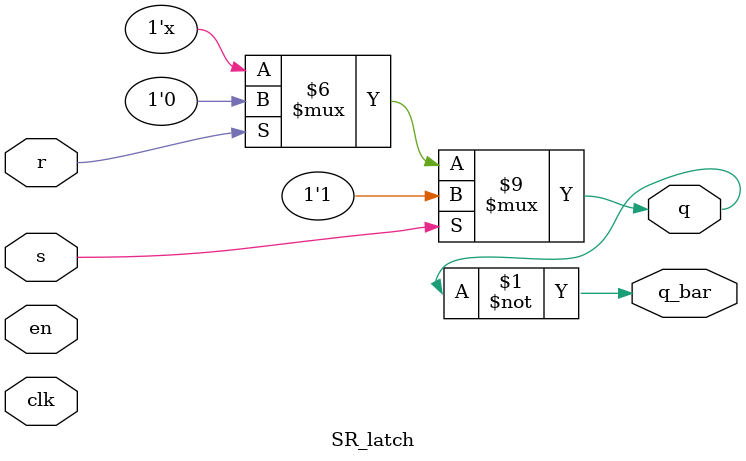
<source format=v>
`timescale 1ps / 1ps


module SR_latch(
    input wire s,
    input wire r,
    input wire clk,
    input wire en,
    output reg q,
    output wire q_bar
    );
    
    //wire en_clk = clk & en;
        
    assign q_bar = ~q;
always @(*)
begin
    if (s==1) q <= 1;
    else if(r==1) q <= 0;
    else q<=q;
end 
    
endmodule

</source>
